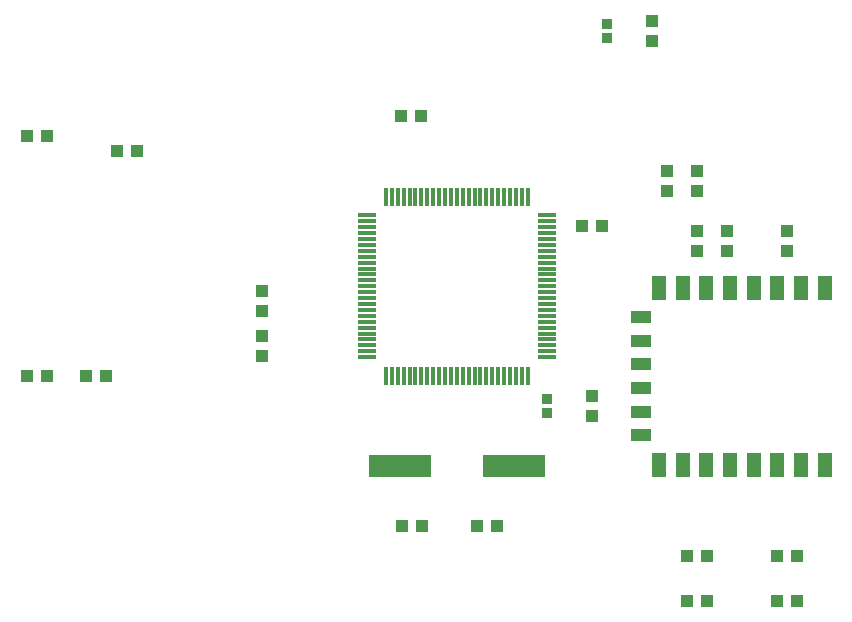
<source format=gbr>
G04 EAGLE Gerber RS-274X export*
G75*
%MOMM*%
%FSLAX34Y34*%
%LPD*%
%INSolderpaste Top*%
%IPPOS*%
%AMOC8*
5,1,8,0,0,1.08239X$1,22.5*%
G01*
%ADD10R,0.900000X0.850000*%
%ADD11R,1.100000X1.000000*%
%ADD12R,0.300000X1.600000*%
%ADD13R,1.600000X0.300000*%
%ADD14R,1.000000X1.100000*%
%ADD15R,1.200000X2.000000*%
%ADD16R,1.700000X1.100000*%
%ADD17R,5.334000X1.930400*%


D10*
X571500Y311700D03*
X571500Y323300D03*
X622300Y640800D03*
X622300Y629200D03*
D11*
X131200Y342900D03*
X148200Y342900D03*
X465700Y215900D03*
X448700Y215900D03*
X512200Y215900D03*
X529200Y215900D03*
X224400Y533400D03*
X207400Y533400D03*
X131200Y546100D03*
X148200Y546100D03*
X198257Y343081D03*
X181257Y343081D03*
D12*
X435300Y343100D03*
X440300Y343100D03*
X445300Y343100D03*
X450300Y343100D03*
X455300Y343100D03*
X460300Y343100D03*
X465300Y343100D03*
X470300Y343100D03*
X475300Y343100D03*
X480300Y343100D03*
X485300Y343100D03*
X490300Y343100D03*
X495300Y343100D03*
X500300Y343100D03*
X505300Y343100D03*
X510300Y343100D03*
X515300Y343100D03*
X520300Y343100D03*
X525300Y343100D03*
X530300Y343100D03*
X535300Y343100D03*
X540300Y343100D03*
X545300Y343100D03*
X550300Y343100D03*
X555300Y343100D03*
D13*
X571300Y359100D03*
X571300Y364100D03*
X571300Y369100D03*
X571300Y374100D03*
X571300Y379100D03*
X571300Y384100D03*
X571300Y389100D03*
X571300Y394100D03*
X571300Y399100D03*
X571300Y404100D03*
X571300Y409100D03*
X571300Y414100D03*
X571300Y419100D03*
X571300Y424100D03*
X571300Y429100D03*
X571300Y434100D03*
X571300Y439100D03*
X571300Y444100D03*
X571300Y449100D03*
X571300Y454100D03*
X571300Y459100D03*
X571300Y464100D03*
X571300Y469100D03*
X571300Y474100D03*
X571300Y479100D03*
D12*
X555300Y495100D03*
X550300Y495100D03*
X545300Y495100D03*
X540300Y495100D03*
X535300Y495100D03*
X530300Y495100D03*
X525300Y495100D03*
X520300Y495100D03*
X515300Y495100D03*
X510300Y495100D03*
X505300Y495100D03*
X500300Y495100D03*
X495300Y495100D03*
X490300Y495100D03*
X485300Y495100D03*
X480300Y495100D03*
X475300Y495100D03*
X470300Y495100D03*
X465300Y495100D03*
X460300Y495100D03*
X455300Y495100D03*
X450300Y495100D03*
X445300Y495100D03*
X440300Y495100D03*
X435300Y495100D03*
D13*
X419300Y479100D03*
X419300Y474100D03*
X419300Y469100D03*
X419300Y464100D03*
X419300Y459100D03*
X419300Y454100D03*
X419300Y449100D03*
X419300Y444100D03*
X419300Y439100D03*
X419300Y434100D03*
X419300Y429100D03*
X419300Y424100D03*
X419300Y419100D03*
X419300Y414100D03*
X419300Y409100D03*
X419300Y404100D03*
X419300Y399100D03*
X419300Y394100D03*
X419300Y389100D03*
X419300Y384100D03*
X419300Y379100D03*
X419300Y374100D03*
X419300Y369100D03*
X419300Y364100D03*
X419300Y359100D03*
D14*
X673100Y499500D03*
X673100Y516500D03*
X698500Y499500D03*
X698500Y516500D03*
X330200Y397900D03*
X330200Y414900D03*
X609600Y309000D03*
X609600Y326000D03*
D15*
X806600Y417900D03*
X786600Y417900D03*
X766600Y417900D03*
X746600Y417900D03*
X726600Y417900D03*
X706600Y417900D03*
X686600Y417900D03*
X666600Y417900D03*
X666600Y267900D03*
X686600Y267900D03*
X706600Y267900D03*
X726600Y267900D03*
X746600Y267900D03*
X766600Y267900D03*
X786600Y267900D03*
X806600Y267900D03*
D16*
X651600Y392900D03*
X651600Y372900D03*
X651600Y352900D03*
X651600Y332900D03*
X651600Y312900D03*
X651600Y292900D03*
D17*
X543560Y266700D03*
X447040Y266700D03*
D11*
X448132Y562986D03*
X465132Y562986D03*
X601100Y469900D03*
X618100Y469900D03*
D14*
X723900Y465700D03*
X723900Y448700D03*
X698500Y465700D03*
X698500Y448700D03*
X774700Y465700D03*
X774700Y448700D03*
X330200Y376800D03*
X330200Y359800D03*
D11*
X690000Y190500D03*
X707000Y190500D03*
X766200Y190500D03*
X783200Y190500D03*
X783200Y152400D03*
X766200Y152400D03*
X707000Y152400D03*
X690000Y152400D03*
D14*
X660400Y643500D03*
X660400Y626500D03*
M02*

</source>
